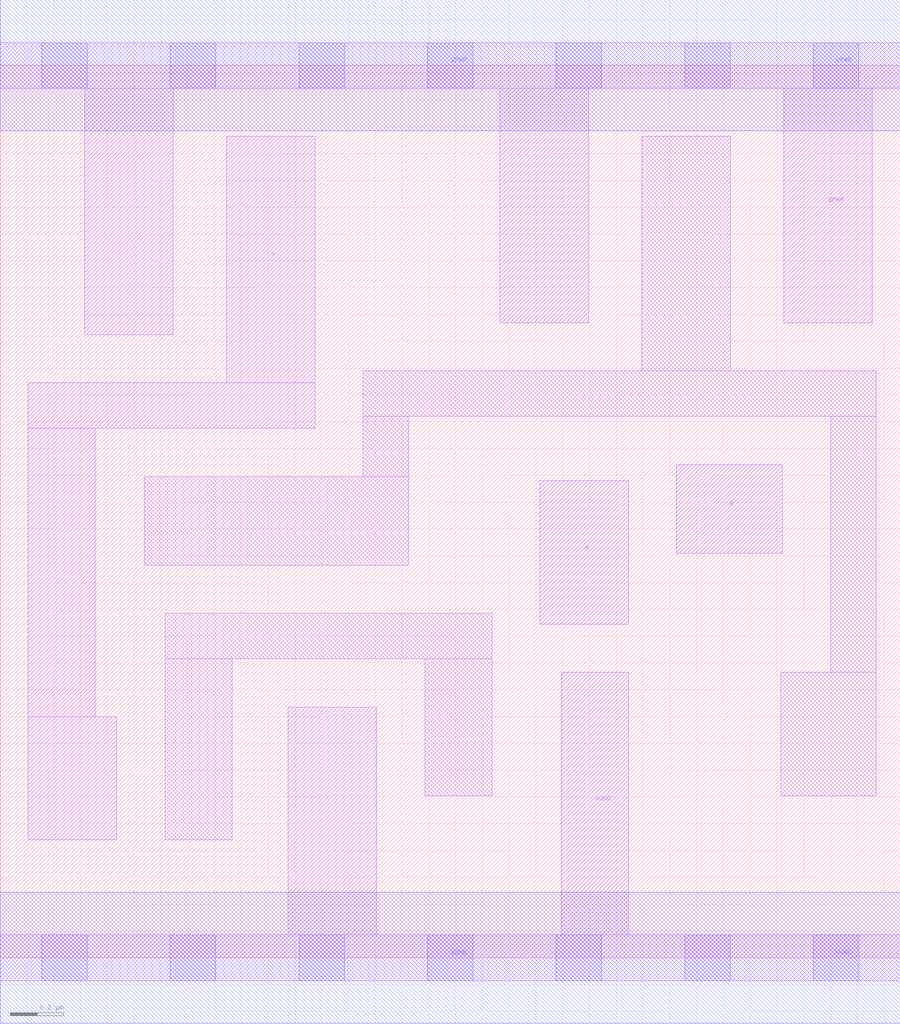
<source format=lef>
# Copyright 2020 The SkyWater PDK Authors
#
# Licensed under the Apache License, Version 2.0 (the "License");
# you may not use this file except in compliance with the License.
# You may obtain a copy of the License at
#
#     https://www.apache.org/licenses/LICENSE-2.0
#
# Unless required by applicable law or agreed to in writing, software
# distributed under the License is distributed on an "AS IS" BASIS,
# WITHOUT WARRANTIES OR CONDITIONS OF ANY KIND, either express or implied.
# See the License for the specific language governing permissions and
# limitations under the License.
#
# SPDX-License-Identifier: Apache-2.0

VERSION 5.7 ;
  NAMESCASESENSITIVE ON ;
  NOWIREEXTENSIONATPIN ON ;
  DIVIDERCHAR "/" ;
  BUSBITCHARS "[]" ;
UNITS
  DATABASE MICRONS 200 ;
END UNITS
MACRO sky130_fd_sc_lp__xnor2_lp
  CLASS CORE ;
  SOURCE USER ;
  FOREIGN sky130_fd_sc_lp__xnor2_lp ;
  ORIGIN  0.000000  0.000000 ;
  SIZE  3.360000 BY  3.330000 ;
  SYMMETRY X Y R90 ;
  SITE unit ;
  PIN A
    ANTENNAGATEAREA  0.626000 ;
    DIRECTION INPUT ;
    USE SIGNAL ;
    PORT
      LAYER li1 ;
        RECT 2.015000 1.245000 2.345000 1.780000 ;
    END
  END A
  PIN B
    ANTENNAGATEAREA  0.626000 ;
    DIRECTION INPUT ;
    USE SIGNAL ;
    PORT
      LAYER li1 ;
        RECT 2.525000 1.510000 2.920000 1.840000 ;
    END
  END B
  PIN Y
    ANTENNADIFFAREA  0.395500 ;
    DIRECTION OUTPUT ;
    USE SIGNAL ;
    PORT
      LAYER li1 ;
        RECT 0.105000 0.440000 0.435000 0.900000 ;
        RECT 0.105000 0.900000 0.355000 1.975000 ;
        RECT 0.105000 1.975000 1.175000 2.145000 ;
        RECT 0.845000 2.145000 1.175000 3.065000 ;
    END
  END Y
  PIN VGND
    DIRECTION INOUT ;
    USE GROUND ;
    PORT
      LAYER li1 ;
        RECT 0.000000 -0.085000 3.360000 0.085000 ;
        RECT 1.075000  0.085000 1.405000 0.935000 ;
        RECT 2.095000  0.085000 2.345000 1.065000 ;
      LAYER mcon ;
        RECT 0.155000 -0.085000 0.325000 0.085000 ;
        RECT 0.635000 -0.085000 0.805000 0.085000 ;
        RECT 1.115000 -0.085000 1.285000 0.085000 ;
        RECT 1.595000 -0.085000 1.765000 0.085000 ;
        RECT 2.075000 -0.085000 2.245000 0.085000 ;
        RECT 2.555000 -0.085000 2.725000 0.085000 ;
        RECT 3.035000 -0.085000 3.205000 0.085000 ;
      LAYER met1 ;
        RECT 0.000000 -0.245000 3.360000 0.245000 ;
    END
  END VGND
  PIN VPWR
    DIRECTION INOUT ;
    USE POWER ;
    PORT
      LAYER li1 ;
        RECT 0.000000 3.245000 3.360000 3.415000 ;
        RECT 0.315000 2.325000 0.645000 3.245000 ;
        RECT 1.865000 2.370000 2.195000 3.245000 ;
        RECT 2.925000 2.370000 3.255000 3.245000 ;
      LAYER mcon ;
        RECT 0.155000 3.245000 0.325000 3.415000 ;
        RECT 0.635000 3.245000 0.805000 3.415000 ;
        RECT 1.115000 3.245000 1.285000 3.415000 ;
        RECT 1.595000 3.245000 1.765000 3.415000 ;
        RECT 2.075000 3.245000 2.245000 3.415000 ;
        RECT 2.555000 3.245000 2.725000 3.415000 ;
        RECT 3.035000 3.245000 3.205000 3.415000 ;
      LAYER met1 ;
        RECT 0.000000 3.085000 3.360000 3.575000 ;
    END
  END VPWR
  OBS
    LAYER li1 ;
      RECT 0.540000 1.465000 1.525000 1.795000 ;
      RECT 0.615000 0.440000 0.865000 1.115000 ;
      RECT 0.615000 1.115000 1.835000 1.285000 ;
      RECT 1.355000 1.795000 1.525000 2.020000 ;
      RECT 1.355000 2.020000 3.270000 2.190000 ;
      RECT 1.585000 0.605000 1.835000 1.115000 ;
      RECT 2.395000 2.190000 2.725000 3.065000 ;
      RECT 2.915000 0.605000 3.270000 1.065000 ;
      RECT 3.100000 1.065000 3.270000 2.020000 ;
  END
END sky130_fd_sc_lp__xnor2_lp

</source>
